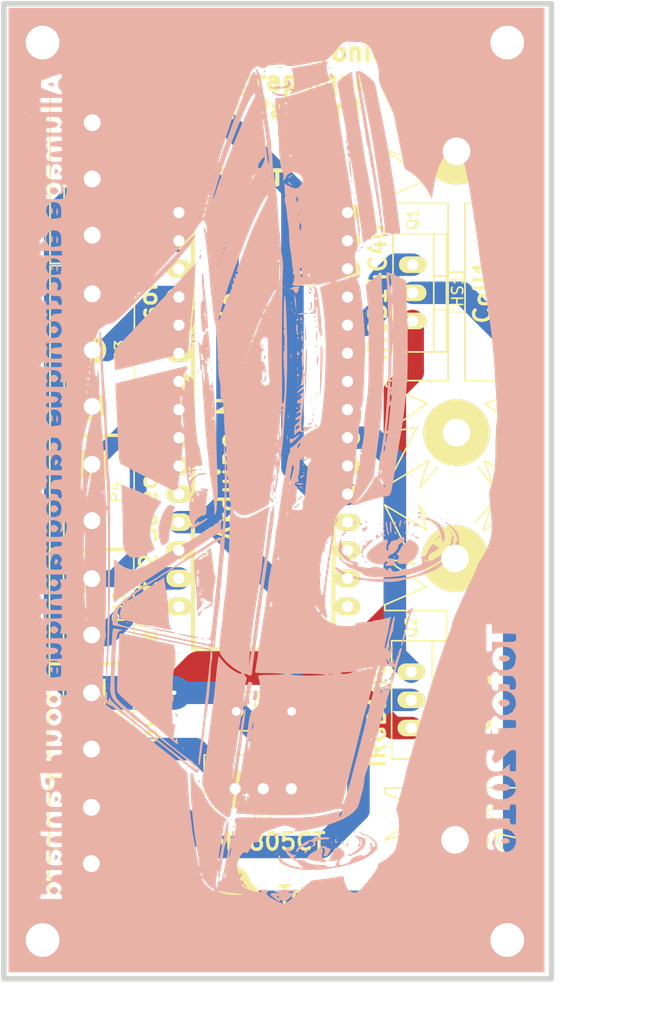
<source format=kicad_pcb>
(kicad_pcb (version 4) (host pcbnew 4.0.4+e1-6308~48~ubuntu16.04.1-stable)
  (layers (0 F.Cu signal) (31 B.Cu signal) (34 B.Paste user) (35 F.Paste user) (36 B.SilkS user) (37 F.SilkS user) (38 B.Mask user) (39 F.Mask user) (44 Edge.Cuts user))
  (net 0 "")
  (net 1 "Net-(U1-Pad1)")
  (net 2 "Net-(U1-Pad3)")
  (net 3 "Net-(U1-Pad11)")
  (net 4 "Net-(U1-Pad13)")
  (net 5 "Net-(U1-Pad15)")
  (net 6 "Net-(U1-Pad16)")
  (net 7 "Net-(U1-Pad17)")
  (net 8 "Net-(U1-Pad18)")
  (net 9 GND)
  (net 10 "Net-(U1-Pad21)")
  (net 11 "Net-(U1-Pad23)")
  (net 12 "Net-(U1-Pad24)")
  (net 13 "Net-(U1-Pad27)")
  (net 14 "Net-(U1-Pad28)")
  (net 15 "Net-(U1-Pad29)")
  (net 16 "Net-(U1-Pad30)")
  (net 17 "Net-(P1-Pad1)")
  (net 18 "Net-(P3-Pad1)")
  (net 19 "Net-(P3-Pad2)")
  (net 20 "Net-(P4-Pad1)")
  (net 21 "Net-(P6-Pad1)")
  (net 22 +5V)
  (net 23 "Net-(Q1-Pad1)")
  (net 24 "Net-(Q2-Pad1)")
  (net 25 "Net-(P8-Pad1)")
  (net 26 "Net-(P9-Pad1)")
  (net 27 "Net-(P10-Pad1)")
  (net 28 "Net-(P11-Pad1)")
  (net 29 "Net-(U1-Pad5)")
  (net 30 "Net-(U1-Pad25)")
  (net 31 "Net-(U1-Pad6)")
  (net 32 "Net-(P12-Pad1)")
  (net 33 "Net-(U1-Pad10)")
  (net 34 "Net-(P1-Pad2)")
  (net 35 "Net-(P5-Pad2)")
  (net 36 "Net-(U1-Pad7)")
  (module Connect:bornier2 (layer F.Cu) (at 69.46138 71.6026 270)
    (fp_text reference P4 (at -0.03048 -2.17932 270) (layer F.SilkS))
    (fp_text value CONN_SEL1)
    (pad 1 thru_hole rect (at -2.54 0 270) (size 2.54 2.54) (drill 1.524) (layers *.Cu *.Mask F.SilkS) (net 20 "Net-(P4-Pad1)"))
    (pad 2 thru_hole circle (at 2.54 0 270) (size 2.54 2.54) (drill 1.524) (layers *.Cu *.Mask F.SilkS) (net 9 GND))
  )
  (module Heatsinks:Heatsink_Fischer_SK104-STC-STIC_35x13mm_2xDrill2.5mm (layer F.Cu) (at 102.27818 90.2589 270)
    (fp_text reference HS2 (at -0.1397 -0.0254 270) (layer F.SilkS))
    (fp_text value HEATSINK)
    (pad 1 thru_hole circle (at 12.7 0 270) (size 5.99948 5.99948) (drill 2.49936) (layers *.Cu *.Mask F.SilkS))
    (pad 1 thru_hole circle (at -12.7 0 270) (size 5.99948 5.99948) (drill 2.49936) (layers *.Cu *.Mask F.SilkS))
  )
  (module arduino:arduino_mini (layer F.Cu) (at 84.94268 65.3923 270)
    (fp_text reference U1 (at -13.97 -3.81 270) (layer F.SilkS) (effects (font (size 1.778 1.778) (thickness 0.3048))))
    (fp_text value Arduino_Nano_V3 (at -0.635 3.175 270) (layer F.SilkS) (effects (font (size 1.778 1.778) (thickness 0.3048))))
    (pad 1 thru_hole rect (at -19.05 7.62 270) (size 1.5748 2.286) (drill 1.016) (layers *.Cu *.Mask F.SilkS) (net 1 "Net-(U1-Pad1)"))
    (pad 2 thru_hole oval (at -16.51 7.62 270) (size 1.5748 2.286) (drill 1.016) (layers *.Cu *.Mask F.SilkS) (net 18 "Net-(P3-Pad1)"))
    (pad 3 thru_hole oval (at -13.97 7.62 270) (size 1.5748 2.286) (drill 1.016) (layers *.Cu *.Mask F.SilkS) (net 2 "Net-(U1-Pad3)"))
    (pad 4 thru_hole oval (at -11.43 7.62 270) (size 1.5748 2.286) (drill 1.016) (layers *.Cu *.Mask F.SilkS) (net 19 "Net-(P3-Pad2)"))
    (pad 5 thru_hole oval (at -8.89 7.62 270) (size 1.5748 2.286) (drill 1.016) (layers *.Cu *.Mask F.SilkS) (net 29 "Net-(U1-Pad5)"))
    (pad 6 thru_hole oval (at -6.35 7.62 270) (size 1.5748 2.286) (drill 1.016) (layers *.Cu *.Mask F.SilkS) (net 31 "Net-(U1-Pad6)"))
    (pad 7 thru_hole oval (at -3.81 7.62 270) (size 1.5748 2.286) (drill 1.016) (layers *.Cu *.Mask F.SilkS) (net 36 "Net-(U1-Pad7)"))
    (pad 8 thru_hole oval (at -1.27 7.62 270) (size 1.5748 2.286) (drill 1.016) (layers *.Cu *.Mask F.SilkS) (net 20 "Net-(P4-Pad1)"))
    (pad 9 thru_hole oval (at 1.27 7.62 270) (size 1.5748 2.286) (drill 1.016) (layers *.Cu *.Mask F.SilkS) (net 32 "Net-(P12-Pad1)"))
    (pad 10 thru_hole oval (at 3.81 7.62 270) (size 1.5748 2.286) (drill 1.016) (layers *.Cu *.Mask F.SilkS) (net 33 "Net-(U1-Pad10)"))
    (pad 11 thru_hole oval (at 6.35 7.62 270) (size 1.5748 2.286) (drill 1.016) (layers *.Cu *.Mask F.SilkS) (net 3 "Net-(U1-Pad11)"))
    (pad 12 thru_hole oval (at 8.89 7.62 270) (size 1.5748 2.286) (drill 1.016) (layers *.Cu *.Mask F.SilkS) (net 22 +5V))
    (pad 13 thru_hole oval (at 11.43 7.62 270) (size 1.5748 2.286) (drill 1.016) (layers *.Cu *.Mask F.SilkS) (net 4 "Net-(U1-Pad13)"))
    (pad 14 thru_hole oval (at 13.97 7.62 270) (size 1.5748 2.286) (drill 1.016) (layers *.Cu *.Mask F.SilkS) (net 9 GND))
    (pad 15 thru_hole oval (at 16.51 7.62 270) (size 1.5748 2.286) (drill 1.016) (layers *.Cu *.Mask F.SilkS) (net 5 "Net-(U1-Pad15)"))
    (pad 16 thru_hole oval (at 16.51 -7.62 270) (size 1.5748 2.286) (drill 1.016) (layers *.Cu *.Mask F.SilkS) (net 6 "Net-(U1-Pad16)"))
    (pad 17 thru_hole oval (at 13.97 -7.62 270) (size 1.5748 2.286) (drill 1.016) (layers *.Cu *.Mask F.SilkS) (net 7 "Net-(U1-Pad17)"))
    (pad 18 thru_hole oval (at 11.43 -7.62 270) (size 1.5748 2.286) (drill 1.016) (layers *.Cu *.Mask F.SilkS) (net 8 "Net-(U1-Pad18)"))
    (pad 19 thru_hole oval (at 8.89 -7.62 270) (size 1.5748 2.286) (drill 1.016) (layers *.Cu *.Mask F.SilkS) (net 9 GND))
    (pad 20 thru_hole oval (at 6.35 -7.62 270) (size 1.5748 2.286) (drill 1.016) (layers *.Cu *.Mask F.SilkS) (net 21 "Net-(P6-Pad1)"))
    (pad 21 thru_hole oval (at 3.81 -7.62 270) (size 1.5748 2.286) (drill 1.016) (layers *.Cu *.Mask F.SilkS) (net 10 "Net-(U1-Pad21)"))
    (pad 22 thru_hole oval (at 1.27 -7.62 270) (size 1.5748 2.286) (drill 1.016) (layers *.Cu *.Mask F.SilkS) (net 24 "Net-(Q2-Pad1)"))
    (pad 23 thru_hole oval (at -1.27 -7.62 270) (size 1.5748 2.286) (drill 1.016) (layers *.Cu *.Mask F.SilkS) (net 11 "Net-(U1-Pad23)"))
    (pad 24 thru_hole oval (at -3.81 -7.62 270) (size 1.5748 2.286) (drill 1.016) (layers *.Cu *.Mask F.SilkS) (net 12 "Net-(U1-Pad24)"))
    (pad 25 thru_hole oval (at -6.35 -7.62 270) (size 1.5748 2.286) (drill 1.016) (layers *.Cu *.Mask F.SilkS) (net 30 "Net-(U1-Pad25)"))
    (pad 26 thru_hole oval (at -8.89 -7.62 270) (size 1.5748 2.286) (drill 1.016) (layers *.Cu *.Mask F.SilkS) (net 23 "Net-(Q1-Pad1)"))
    (pad 27 thru_hole oval (at -11.43 -7.62 270) (size 1.5748 2.286) (drill 1.016) (layers *.Cu *.Mask F.SilkS) (net 13 "Net-(U1-Pad27)"))
    (pad 28 thru_hole oval (at -13.97 -7.62 270) (size 1.5748 2.286) (drill 1.016) (layers *.Cu *.Mask F.SilkS) (net 14 "Net-(U1-Pad28)"))
    (pad 29 thru_hole oval (at -16.51 -7.62 270) (size 1.5748 2.286) (drill 1.016) (layers *.Cu *.Mask F.SilkS) (net 15 "Net-(U1-Pad29)"))
    (pad 30 thru_hole oval (at -19.05 -7.62 270) (size 1.5748 2.286) (drill 1.016) (layers *.Cu *.Mask F.SilkS) (net 16 "Net-(U1-Pad30)"))
  )
  (module Connect:bornier3 (layer F.Cu) (at 69.48678 58.7502 270)
    (fp_text reference P3 (at 0.03048 -2.56286 270) (layer F.SilkS))
    (fp_text value CONN_DEP)
    (pad 1 thru_hole rect (at -5.08 0 270) (size 2.54 2.54) (drill 1.524) (layers *.Cu *.Mask F.SilkS) (net 18 "Net-(P3-Pad1)"))
    (pad 2 thru_hole circle (at 0 0 270) (size 2.54 2.54) (drill 1.524) (layers *.Cu *.Mask F.SilkS) (net 19 "Net-(P3-Pad2)"))
    (pad 3 thru_hole circle (at 5.08 0 270) (size 2.54 2.54) (drill 1.524) (layers *.Cu *.Mask F.SilkS) (net 9 GND))
  )
  (module Connect:bornier2 (layer F.Cu) (at 69.42328 92.2274 270)
    (fp_text reference P5 (at 0.01778 -2.33426 270) (layer F.SilkS))
    (fp_text value CONN_12V)
    (pad 1 thru_hole rect (at -2.54 0 270) (size 2.54 2.54) (drill 1.524) (layers *.Cu *.Mask F.SilkS) (net 9 GND))
    (pad 2 thru_hole circle (at 2.54 0 270) (size 2.54 2.54) (drill 1.524) (layers *.Cu *.Mask F.SilkS) (net 35 "Net-(P5-Pad2)"))
  )
  (module Connect:bornier3 (layer F.Cu) (at 69.48678 43.307 270)
    (fp_text reference P6 (at -0.0254 -2.54508 270) (layer F.SilkS))
    (fp_text value CONN_HALL1)
    (pad 1 thru_hole rect (at -5.08 0 270) (size 2.54 2.54) (drill 1.524) (layers *.Cu *.Mask F.SilkS) (net 21 "Net-(P6-Pad1)"))
    (pad 2 thru_hole circle (at 0 0 270) (size 2.54 2.54) (drill 1.524) (layers *.Cu *.Mask F.SilkS) (net 9 GND))
    (pad 3 thru_hole circle (at 5.08 0 270) (size 2.54 2.54) (drill 1.524) (layers *.Cu *.Mask F.SilkS) (net 22 +5V))
  )
  (module TO_SOT_Packages_THT:TO-220_Neutral123_Vertical (layer F.Cu) (at 98.45548 53.58384 270)
    (fp_text reference Q1 (at -6.64464 0 270) (layer F.SilkS))
    (fp_text value IRGB14C40)
    (pad 2 thru_hole oval (at 0 0) (size 2.49936 1.50114) (drill 1.016) (layers *.Cu *.Mask F.SilkS) (net 34 "Net-(P1-Pad2)"))
    (pad 1 thru_hole oval (at -2.54 0) (size 2.49936 1.50114) (drill 1.016) (layers *.Cu *.Mask F.SilkS) (net 23 "Net-(Q1-Pad1)"))
    (pad 3 thru_hole oval (at 2.54 0) (size 2.49936 1.50114) (drill 1.016) (layers *.Cu *.Mask F.SilkS) (net 9 GND))
  )
  (module TO_SOT_Packages_THT:TO-220_Neutral123_Vertical (layer F.Cu) (at 98.32848 90.3224 270)
    (fp_text reference Q2 (at -6.5786 0 270) (layer F.SilkS))
    (fp_text value IRGB14C40)
    (pad 2 thru_hole oval (at 0 0) (size 2.49936 1.50114) (drill 1.016) (layers *.Cu *.Mask F.SilkS) (net 17 "Net-(P1-Pad1)"))
    (pad 1 thru_hole oval (at -2.54 0) (size 2.49936 1.50114) (drill 1.016) (layers *.Cu *.Mask F.SilkS) (net 24 "Net-(Q2-Pad1)"))
    (pad 3 thru_hole oval (at 2.54 0) (size 2.49936 1.50114) (drill 1.016) (layers *.Cu *.Mask F.SilkS) (net 9 GND))
  )
  (module TO_SOT_Packages_THT:TO-220_Neutral123_Vertical_LargePads (layer F.Cu) (at 84.94268 98.3488)
    (fp_text reference U3 (at 0.0127 2.7813) (layer F.SilkS))
    (fp_text value LM7805CT)
    (pad 2 thru_hole oval (at 0 0 90) (size 3.50012 1.69926) (drill 1.016) (layers *.Cu *.Mask F.SilkS) (net 9 GND))
    (pad 1 thru_hole oval (at -2.54 0 90) (size 3.50012 1.69926) (drill 1.016) (layers *.Cu *.Mask F.SilkS) (net 35 "Net-(P5-Pad2)"))
    (pad 3 thru_hole oval (at 2.54 0 90) (size 3.50012 1.69926) (drill 1.016) (layers *.Cu *.Mask F.SilkS) (net 22 +5V))
  )
  (module Heatsinks:Heatsink_Fischer_SK104-STC-STIC_35x13mm_2xDrill2.5mm (layer F.Cu) (at 102.41788 53.5051 90)
    (fp_text reference HS1 (at 0.1016 0.1016 90) (layer F.SilkS))
    (fp_text value HEATSINK)
    (pad 1 thru_hole circle (at 12.7 0 90) (size 5.99948 5.99948) (drill 2.49936) (layers *.Cu *.Mask F.SilkS))
    (pad 1 thru_hole circle (at -12.7 0 90) (size 5.99948 5.99948) (drill 2.49936) (layers *.Cu *.Mask F.SilkS))
  )
  (module Connect:1pin (layer F.Cu) (at 107 31)
    (fp_text reference P8 (at -3.4978 1.4406) (layer F.SilkS))
    (fp_text value FIX)
    (pad 1 thru_hole circle (at 0 0) (size 4.064 4.064) (drill 3.048) (layers *.Cu *.Mask F.SilkS) (net 25 "Net-(P8-Pad1)"))
  )
  (module Connect:1pin (layer F.Cu) (at 107 112 180)
    (fp_text reference P9 (at 3.6502 1.0782 180) (layer F.SilkS))
    (fp_text value FIX)
    (pad 1 thru_hole circle (at 0 0 180) (size 4.064 4.064) (drill 3.048) (layers *.Cu *.Mask F.SilkS) (net 26 "Net-(P9-Pad1)"))
  )
  (module Connect:1pin (layer F.Cu) (at 65 112 180)
    (fp_text reference P10 (at -4.12356 1.13408 180) (layer F.SilkS))
    (fp_text value FIX)
    (pad 1 thru_hole circle (at 0 0 180) (size 4.064 4.064) (drill 3.048) (layers *.Cu *.Mask F.SilkS) (net 27 "Net-(P10-Pad1)"))
  )
  (module Connect:1pin (layer F.Cu) (at 65 31)
    (fp_text reference P11 (at 4.0118 1.3644) (layer F.SilkS))
    (fp_text value FIX)
    (pad 1 thru_hole circle (at 0 0) (size 4.064 4.064) (drill 3.048) (layers *.Cu *.Mask F.SilkS) (net 28 "Net-(P11-Pad1)"))
  )
  (module Capacitors_ThroughHole:C_Rect_L7_W3.5_P5 (layer F.Cu) (at 87.50808 91.3638 180)
    (fp_text reference C1 (at 2.55016 0.57404 180) (layer F.SilkS))
    (fp_text value 100n)
    (pad 1 thru_hole rect (at 0 0 180) (size 1.3 1.3) (drill 0.8) (layers *.Cu *.Mask F.SilkS) (net 22 +5V))
    (pad 2 thru_hole circle (at 5 0 180) (size 1.3 1.3) (drill 0.8) (layers *.Cu *.Mask F.SilkS) (net 9 GND))
  )
  (module Connect:bornier2 (layer F.Cu) (at 69.43598 81.9277 270)
    (fp_text reference P12 (at -0.0127 -2.4511 270) (layer F.SilkS))
    (fp_text value CONN_SEL2)
    (pad 1 thru_hole rect (at -2.54 0 270) (size 2.54 2.54) (drill 1.524) (layers *.Cu *.Mask F.SilkS) (net 32 "Net-(P12-Pad1)"))
    (pad 2 thru_hole circle (at 2.54 0 270) (size 2.54 2.54) (drill 1.524) (layers *.Cu *.Mask F.SilkS) (net 9 GND))
  )
  (module Tete_budha:Tete_budha (layer F.Cu) (at 82.7024 109.63656)
    (fp_text reference G1 hide)
    (fp_text value Tete_budha hide)
  )
  (module Connect:bornier2 (layer F.Cu) (at 69.41058 102.5652 270)
    (fp_text reference P1 (at -0.0254 -2.5654 270) (layer F.SilkS))
    (fp_text value CONN_IGBT)
    (pad 1 thru_hole rect (at -2.54 0 270) (size 2.54 2.54) (drill 1.524) (layers *.Cu *.Mask F.SilkS) (net 17 "Net-(P1-Pad1)"))
    (pad 2 thru_hole circle (at 2.54 0 270) (size 2.54 2.54) (drill 1.524) (layers *.Cu *.Mask F.SilkS) (net 34 "Net-(P1-Pad2)"))
  )
  (module aecp_Nano_V3:Panhard24CT2 (layer B.Cu) (at 86.1441 71.3867 270)
    (fp_text reference G2 hide)
    (fp_text value 24CT hide)
  )
  (gr_text Coil (at 74.676 102.6414 90) (layer F.SilkS) (effects (font (size 1.5 1.5) (thickness 0.3))))
  (gr_text Power (at 74.6379 92.4306 90) (layer F.SilkS) (effects (font (size 1.5 1.5) (thickness 0.3))))
  (gr_text Gnd (at 63.7032 84.5058 90) (layer F.SilkS) (effects (font (size 1.5 1.5) (thickness 0.3))))
  (gr_text C2 (at 63.7413 100.0506 90) (layer F.SilkS) (effects (font (size 1.5 1.5) (thickness 0.3))))
  (gr_text C1 (at 63.7032 105.1179 90) (layer F.SilkS) (effects (font (size 1.5 1.5) (thickness 0.3))))
  (gr_text SV (at 63.64732 79.40548 90) (layer F.SilkS) (effects (font (size 1.5 1.5) (thickness 0.3))))
  (gr_text SC (at 63.73368 69.08292 90) (layer F.SilkS) (effects (font (size 1.5 1.5) (thickness 0.3))))
  (gr_text In (at 63.87084 59.12104 90) (layer F.SilkS) (effects (font (size 1.5 1.5) (thickness 0.3))))
  (gr_text Gnd (at 63.75908 43.41876 90) (layer F.SilkS) (effects (font (size 1.5 1.5) (thickness 0.3))))
  (gr_text Gnd (at 63.7032 89.74328 90) (layer F.SilkS) (effects (font (size 1.5 1.5) (thickness 0.3))))
  (gr_text Gnd (at 63.7032 74.20864 90) (layer F.SilkS) (effects (font (size 1.5 1.5) (thickness 0.3))))
  (gr_text "Allumage électronique\ncartographique\npour Panhard" (at 85.5726 34.4424) (layer F.SilkS) (effects (font (size 1.6 1.6) (thickness 0.4))))
  (gr_text "Totof\n2016" (at 89.07272 109.13364) (layer F.SilkS) (effects (font (size 1.5 1.5) (thickness 0.3))))
  (gr_text 3V3 (at 64.008 53.6829 90) (layer F.SilkS) (effects (font (size 1.5 1.5) (thickness 0.3))))
  (gr_text In (at 63.8302 38.14064 90) (layer F.SilkS) (effects (font (size 1.5 1.5) (thickness 0.3))))
  (gr_text 5V (at 63.9699 48.387 90) (layer F.SilkS) (effects (font (size 1.5 1.5) (thickness 0.3))))
  (gr_text Coil2 (at 104.7496 90.33256 90) (layer F.SilkS) (effects (font (size 1.5 1.5) (thickness 0.3))))
  (gr_text Coil1 (at 104.775 53.45684 90) (layer F.SilkS) (effects (font (size 1.5 1.5) (thickness 0.3))))
  (gr_text Gnd (at 63.89624 63.82004 90) (layer F.SilkS) (effects (font (size 1.5 1.5) (thickness 0.3))))
  (gr_text 12V (at 63.74384 94.68104 90) (layer F.SilkS) (effects (font (size 1.5 1.5) (thickness 0.3))))
  (gr_text "Select 2" (at 74.5744 81.8642 90) (layer F.SilkS) (effects (font (size 1.5 1.5) (thickness 0.3))))
  (gr_text "Select 1" (at 74.5744 71.38924 90) (layer F.SilkS) (effects (font (size 1.5 1.5) (thickness 0.3))))
  (gr_text "Vac sensor" (at 74.56424 58.71464 90) (layer F.SilkS) (effects (font (size 1.5 1.5) (thickness 0.3))))
  (gr_text IRGB14C40 (at 95.31858 53.5686 90) (layer F.SilkS) (effects (font (size 1.5 1.5) (thickness 0.3))))
  (gr_text IRGB14C40 (at 95.22968 90.1954 90) (layer F.SilkS) (effects (font (size 1.5 1.5) (thickness 0.3))))
  (gr_text "Hall sensor" (at 74.64044 43.39844 90) (layer F.SilkS) (effects (font (size 1.5 1.5) (thickness 0.3))))
  (gr_text LM7805CT (at 84.91728 103.124) (layer F.SilkS) (effects (font (size 1.5 1.5) (thickness 0.3))))
  (gr_line (start 61.5 27.5) (end 111 27.5) (angle 90) (layer Edge.Cuts) (width 0.5))
  (gr_line (start 61.5 115.5) (end 61.5 27.5) (angle 90) (layer Edge.Cuts) (width 0.5))
  (gr_line (start 111 115.5) (end 61.5 115.5) (angle 90) (layer Edge.Cuts) (width 0.5))
  (gr_line (start 111 27.5) (end 111 115.5) (angle 90) (layer Edge.Cuts) (width 0.5))
  (segment (start 69.43598 84.4677) (end 68.05422 84.4677) (width 2.032) (layer B.Cu) (net 9))
  (segment (start 68.05422 84.4677) (end 66.13398 86.38794) (width 2.032) (layer B.Cu) (net 9))
  (segment (start 77.32268 79.3623) (end 75.84948 79.3623) (width 2.032) (layer B.Cu) (net 9))
  (segment (start 75.84948 79.3623) (end 70.74408 84.4677) (width 2.032) (layer B.Cu) (net 9))
  (segment (start 70.74408 84.4677) (end 69.43598 84.4677) (width 2.032) (layer B.Cu) (net 9))
  (segment (start 69.42328 89.6874) (end 67.9323 89.6874) (width 2.032) (layer B.Cu) (net 9))
  (segment (start 67.9323 89.6874) (end 66.13398 87.88908) (width 2.032) (layer B.Cu) (net 9))
  (segment (start 66.13398 87.88908) (end 66.13398 86.38794) (width 2.032) (layer B.Cu) (net 9))
  (segment (start 66.13398 86.38794) (end 66.13398 76.0095) (width 2.032) (layer B.Cu) (net 9))
  (segment (start 91.57716 87.4522) (end 79.13624 87.4522) (width 3.048) (layer F.Cu) (net 9))
  (segment (start 76.90104 89.6874) (end 69.42328 89.6874) (width 3.048) (layer B.Cu) (net 9))
  (segment (start 76.90612 89.68232) (end 76.90104 89.6874) (width 3.048) (layer B.Cu) (net 9))
  (via (at 76.90612 89.68232) (size 0.6) (drill 0.4) (layers F.Cu B.Cu) (net 9))
  (segment (start 79.13624 87.4522) (end 76.90612 89.68232) (width 3.048) (layer F.Cu) (net 9))
  (segment (start 84.94268 98.3488) (end 84.94268 93.7984) (width 2.032) (layer B.Cu) (net 9))
  (segment (start 84.94268 93.7984) (end 82.50808 91.3638) (width 2.032) (layer B.Cu) (net 9))
  (segment (start 69.43598 89.6747) (end 69.42328 89.6874) (width 3.048) (layer B.Cu) (net 9))
  (segment (start 98.45548 56.12384) (end 98.45548 60.7568) (width 2.032) (layer F.Cu) (net 9))
  (segment (start 96.84512 82.18424) (end 91.57716 87.4522) (width 2.032) (layer F.Cu) (net 9))
  (segment (start 91.57716 87.4522) (end 91.43492 87.59444) (width 2.032) (layer F.Cu) (net 9))
  (segment (start 96.84512 62.36716) (end 96.84512 82.18424) (width 2.032) (layer F.Cu) (net 9))
  (segment (start 98.45548 60.7568) (end 96.84512 62.36716) (width 2.032) (layer F.Cu) (net 9))
  (segment (start 98.32848 92.8624) (end 96.70288 92.8624) (width 2.032) (layer F.Cu) (net 9))
  (segment (start 96.70288 92.8624) (end 91.43492 87.59444) (width 2.032) (layer F.Cu) (net 9))
  (segment (start 69.46138 74.1426) (end 68.00088 74.1426) (width 2.032) (layer B.Cu) (net 9))
  (segment (start 68.00088 74.1426) (end 66.13398 76.0095) (width 2.032) (layer B.Cu) (net 9))
  (segment (start 69.48678 63.8302) (end 67.82308 63.8302) (width 2.032) (layer B.Cu) (net 9))
  (segment (start 67.82308 63.8302) (end 66.13398 65.5193) (width 2.032) (layer B.Cu) (net 9))
  (segment (start 69.43598 84.4677) (end 69.43598 84.582) (width 2.032) (layer B.Cu) (net 9))
  (segment (start 69.48678 43.307) (end 69.29628 43.307) (width 2.032) (layer B.Cu) (net 9))
  (segment (start 69.29628 43.307) (end 66.13398 46.4693) (width 2.032) (layer B.Cu) (net 9))
  (segment (start 66.13398 46.4693) (end 66.13398 65.5193) (width 2.032) (layer B.Cu) (net 9))
  (segment (start 66.13398 65.5193) (end 66.13398 76.0095) (width 2.032) (layer B.Cu) (net 9))
  (segment (start 69.43598 89.6747) (end 69.42328 89.6874) (width 2.032) (layer B.Cu) (net 9))
  (segment (start 69.42328 89.6874) (end 80.83168 89.6874) (width 2.032) (layer B.Cu) (net 9))
  (segment (start 80.83168 89.6874) (end 82.50808 91.3638) (width 2.032) (layer B.Cu) (net 9))
  (segment (start 69.48678 63.8302) (end 69.1261 63.8302) (width 2.032) (layer B.Cu) (net 9))
  (segment (start 69.48678 63.8302) (end 69.08038 63.8302) (width 1.016) (layer B.Cu) (net 9))
  (segment (start 98.47072 56.13908) (end 98.45548 56.12384) (width 1.016) (layer B.Cu) (net 9))
  (segment (start 98.40722 92.78366) (end 98.32848 92.8624) (width 1.016) (layer B.Cu) (net 9))
  (segment (start 98.32848 90.3224) (end 96.09328 90.3224) (width 2.032) (layer B.Cu) (net 17))
  (segment (start 96.09328 90.3224) (end 93.55328 92.8624) (width 2.032) (layer B.Cu) (net 17))
  (segment (start 93.55328 92.8624) (end 93.55328 100.2919) (width 2.032) (layer B.Cu) (net 17))
  (segment (start 93.55328 100.2919) (end 90.23858 103.6066) (width 2.032) (layer B.Cu) (net 17))
  (segment (start 90.23858 103.6066) (end 80.30718 103.6066) (width 2.032) (layer B.Cu) (net 17))
  (segment (start 80.30718 103.6066) (end 76.72578 100.0252) (width 2.032) (layer B.Cu) (net 17))
  (segment (start 76.72578 100.0252) (end 69.41058 100.0252) (width 2.032) (layer B.Cu) (net 17))
  (segment (start 77.32268 48.8823) (end 75.90028 48.8823) (width 2.032) (layer B.Cu) (net 18))
  (segment (start 71.11238 53.6702) (end 69.48678 53.6702) (width 2.032) (layer B.Cu) (net 18))
  (segment (start 75.90028 48.8823) (end 71.11238 53.6702) (width 2.032) (layer B.Cu) (net 18))
  (segment (start 77.29982 48.90516) (end 77.32268 48.8823) (width 1.016) (layer B.Cu) (net 18))
  (segment (start 77.32268 53.9623) (end 75.57008 53.9623) (width 2.032) (layer B.Cu) (net 19))
  (segment (start 70.78218 58.7502) (end 69.48678 58.7502) (width 2.032) (layer B.Cu) (net 19))
  (segment (start 75.57008 53.9623) (end 70.78218 58.7502) (width 2.032) (layer B.Cu) (net 19))
  (segment (start 77.29982 53.98516) (end 77.32268 53.9623) (width 1.016) (layer B.Cu) (net 19))
  (segment (start 77.32268 64.1223) (end 74.40168 64.1223) (width 1.524) (layer B.Cu) (net 20))
  (segment (start 74.40168 64.1223) (end 69.46138 69.0626) (width 1.524) (layer B.Cu) (net 20))
  (segment (start 69.46138 69.0626) (end 69.53758 69.0626) (width 1.524) (layer B.Cu) (net 20))
  (segment (start 69.48678 38.227) (end 81.62798 38.227) (width 2.032) (layer B.Cu) (net 21))
  (segment (start 89.98458 71.7423) (end 92.56268 71.7423) (width 2.032) (layer B.Cu) (net 21))
  (segment (start 87.58428 69.342) (end 89.98458 71.7423) (width 2.032) (layer B.Cu) (net 21))
  (segment (start 87.58428 44.1833) (end 87.58428 69.342) (width 2.032) (layer B.Cu) (net 21))
  (segment (start 81.62798 38.227) (end 87.58428 44.1833) (width 2.032) (layer B.Cu) (net 21))
  (segment (start 69.48678 48.387) (end 71.55688 48.387) (width 2.032) (layer B.Cu) (net 22))
  (segment (start 71.55688 48.387) (end 73.00468 46.9392) (width 2.032) (layer B.Cu) (net 22))
  (segment (start 73.00468 46.9392) (end 73.00468 44.2722) (width 2.032) (layer B.Cu) (net 22))
  (segment (start 73.00468 44.2722) (end 74.51598 42.7609) (width 2.032) (layer B.Cu) (net 22))
  (segment (start 74.51598 42.7609) (end 79.49438 42.7609) (width 2.032) (layer B.Cu) (net 22))
  (segment (start 79.49438 42.7609) (end 81.71688 44.9834) (width 2.032) (layer B.Cu) (net 22))
  (segment (start 81.71688 44.9834) (end 81.71688 72.3646) (width 2.032) (layer B.Cu) (net 22))
  (segment (start 81.71688 72.3646) (end 80.12938 73.9521) (width 2.032) (layer B.Cu) (net 22))
  (segment (start 87.50808 91.3638) (end 87.50808 81.3308) (width 2.032) (layer B.Cu) (net 22))
  (segment (start 87.50808 81.3308) (end 80.12938 73.9521) (width 2.032) (layer B.Cu) (net 22))
  (segment (start 87.48268 98.3488) (end 87.48268 91.3892) (width 2.032) (layer B.Cu) (net 22))
  (segment (start 87.48268 91.3892) (end 87.50808 91.3638) (width 2.032) (layer B.Cu) (net 22))
  (segment (start 87.45728 98.3742) (end 87.48268 98.3488) (width 2.032) (layer B.Cu) (net 22))
  (segment (start 80.12938 73.9521) (end 79.79918 74.2823) (width 2.032) (layer B.Cu) (net 22))
  (segment (start 79.79918 74.2823) (end 77.32268 74.2823) (width 2.032) (layer B.Cu) (net 22))
  (segment (start 87.48268 98.3488) (end 87.48268 99.1108) (width 1.016) (layer B.Cu) (net 22))
  (segment (start 92.56268 56.5023) (end 94.04858 56.5023) (width 2.032) (layer B.Cu) (net 23))
  (segment (start 96.87814 51.04384) (end 98.45548 51.04384) (width 2.032) (layer B.Cu) (net 23))
  (segment (start 95.44558 52.4764) (end 96.87814 51.04384) (width 2.032) (layer B.Cu) (net 23))
  (segment (start 95.44558 55.1053) (end 95.44558 52.4764) (width 2.032) (layer B.Cu) (net 23))
  (segment (start 94.04858 56.5023) (end 95.44558 55.1053) (width 2.032) (layer B.Cu) (net 23))
  (segment (start 92.56268 66.6623) (end 94.77248 66.6623) (width 2.032) (layer B.Cu) (net 24))
  (segment (start 96.84258 86.2965) (end 98.32848 87.7824) (width 2.032) (layer B.Cu) (net 24))
  (segment (start 96.84258 68.7324) (end 96.84258 86.2965) (width 2.032) (layer B.Cu) (net 24))
  (segment (start 94.77248 66.6623) (end 96.84258 68.7324) (width 2.032) (layer B.Cu) (net 24))
  (segment (start 77.32268 66.6623) (end 76.19238 66.6623) (width 1.524) (layer B.Cu) (net 32))
  (segment (start 76.19238 66.6623) (end 73.63968 69.215) (width 1.524) (layer B.Cu) (net 32))
  (segment (start 73.63968 69.215) (end 73.63968 77.1906) (width 1.524) (layer B.Cu) (net 32))
  (segment (start 73.63968 77.1906) (end 71.44258 79.3877) (width 1.524) (layer B.Cu) (net 32))
  (segment (start 71.44258 79.3877) (end 69.43598 79.3877) (width 1.524) (layer B.Cu) (net 32))
  (via (at 69.43598 79.3877) (size 0.6) (drill 0.4) (layers F.Cu B.Cu) (net 32))
  (segment (start 98.45548 53.58384) (end 102.91572 53.58384) (width 2.032) (layer B.Cu) (net 34))
  (segment (start 75.29576 105.1052) (end 69.41058 105.1052) (width 2.032) (layer B.Cu) (net 34))
  (segment (start 78.74 108.54944) (end 75.29576 105.1052) (width 2.032) (layer B.Cu) (net 34))
  (segment (start 104.06888 108.54944) (end 78.74 108.54944) (width 2.032) (layer B.Cu) (net 34))
  (segment (start 107.62996 104.98836) (end 104.06888 108.54944) (width 2.032) (layer B.Cu) (net 34))
  (segment (start 107.62996 58.29808) (end 107.62996 104.98836) (width 2.032) (layer B.Cu) (net 34))
  (segment (start 102.91572 53.58384) (end 107.62996 58.29808) (width 2.032) (layer B.Cu) (net 34))
  (segment (start 69.42328 94.7674) (end 78.82128 94.7674) (width 2.032) (layer B.Cu) (net 35))
  (segment (start 78.82128 94.7674) (end 82.40268 98.3488) (width 2.032) (layer B.Cu) (net 35))
  (segment (start 82.37728 98.3234) (end 82.40268 98.3488) (width 1.524) (layer B.Cu) (net 35))
)
</source>
